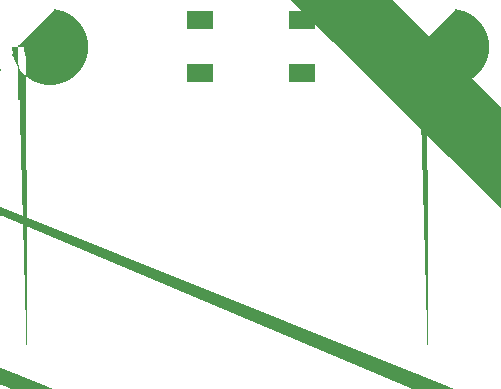
<source format=gbr>
%TF.GenerationSoftware,KiCad,Pcbnew,(6.0.4-0)*%
%TF.CreationDate,2022-06-29T22:03:18+02:00*%
%TF.ProjectId,GlowTower_LED_connector_PCB,476c6f77-546f-4776-9572-5f4c45445f63,rev?*%
%TF.SameCoordinates,Original*%
%TF.FileFunction,Paste,Top*%
%TF.FilePolarity,Positive*%
%FSLAX46Y46*%
G04 Gerber Fmt 4.6, Leading zero omitted, Abs format (unit mm)*
G04 Created by KiCad (PCBNEW (6.0.4-0)) date 2022-06-29 22:03:18*
%MOMM*%
%LPD*%
G01*
G04 APERTURE LIST*
G04 Aperture macros list*
%AMFreePoly0*
4,1,112,3.105582,3.191654,3.458980,3.129341,3.803230,3.028022,4.134041,2.888962,4.447289,2.713894,4.739071,2.504999,5.005748,2.264881,5.243998,1.996534,5.450851,1.703301,5.623729,1.388838,5.760476,1.057065,5.859388,0.712116,5.919233,0.358291,5.939265,0.000000,5.938012,-0.089748,5.907984,-0.447339,5.838283,-0.799355,5.729777,-1.141408,5.583820,-1.469234,5.402230,-1.778747,
5.187270,-2.066090,4.941620,-2.327680,4.668342,-2.560258,4.370841,-2.760925,4.052827,-2.927179,3.718263,-3.056948,3.371318,-3.148614,3.016317,-3.201036,2.657686,-3.213560,2.299893,-3.186029,1.947399,-3.118788,1.604597,-3.012673,1.275760,-2.869007,0.964987,-2.689582,0.676150,-2.476634,0.412851,-2.232816,0.178371,-1.961168,-0.024367,-1.665076,-0.192837,-1.348230,-0.324939,-1.014580,
-0.419026,-0.668283,-0.473925,-0.313657,-0.481420,-0.134825,-0.481581,-0.134460,-0.499164,0.000000,0.505984,0.000000,0.524968,-0.289640,0.581595,-0.574324,0.674897,-0.849181,0.803276,-1.109508,0.964536,-1.350851,1.155919,-1.569081,1.374149,-1.760464,1.615492,-1.921724,1.875819,-2.050103,2.150676,-2.143405,2.435360,-2.200032,2.725000,-2.219016,3.014640,-2.200032,3.299324,-2.143405,
3.574181,-2.050103,3.834508,-1.921724,4.075851,-1.760464,4.294081,-1.569081,4.485464,-1.350851,4.646724,-1.109508,4.775103,-0.849181,4.868405,-0.574324,4.925032,-0.289640,4.944016,0.000000,4.925032,0.289640,4.868405,0.574324,4.775103,0.849181,4.646724,1.109508,4.485464,1.350851,4.294081,1.569081,4.075851,1.760464,3.834508,1.921724,3.574181,2.050103,3.299324,2.143405,
3.014640,2.200032,2.725000,2.219016,2.435360,2.200032,2.150676,2.143405,1.875819,2.050103,1.615492,1.921724,1.374149,1.760464,1.155919,1.569081,0.964536,1.350851,0.803276,1.109508,0.674897,0.849181,0.581595,0.574324,0.524968,0.289640,0.505984,0.000000,-0.499164,0.000000,-0.499963,0.006109,-0.484897,0.102868,-0.463920,0.402854,-0.399140,0.755809,-0.295421,1.099343,
-0.154055,1.429175,0.023196,1.741194,0.234123,2.031510,0.476097,2.296505,0.746101,2.532875,1.040770,2.737676,1.356433,2.908354,1.689153,3.042782,2.034784,3.139284,2.389018,3.196657,2.747440,3.214187,3.105582,3.191654,3.105582,3.191654,$1*%
G04 Aperture macros list end*
%ADD10FreePoly0,0.000000*%
%ADD11R,2.200000X1.500000*%
G04 APERTURE END LIST*
D10*
%TO.C,U5*%
X115882200Y-72187810D03*
%TD*%
%TO.C,U6*%
X81882200Y-72187810D03*
%TD*%
D11*
%TO.C,SW1*%
X97300000Y-69937797D03*
X105900000Y-69937797D03*
X97300000Y-74437924D03*
X105900000Y-74437924D03*
%TD*%
M02*

</source>
